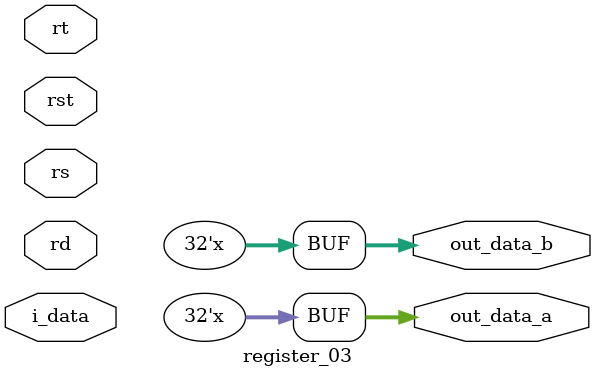
<source format=v>
`timescale 1ns / 1ps

module register_03(rst,rs,rt,rd,i_data,out_data_a,out_data_b);
input rst;
input [4:0]rs,rt,rd;
input [31:0] i_data;
output reg [31:0] out_data_a;
output reg [31:0] out_data_b;

reg [4:0]  reg_num;
reg [31:0] reg_data;

always @(*) begin
      if(rst) begin
            reg_num = 3;
      end
      else begin
          if(reg_num == rs)
               out_data_a <= reg_data;
          if(reg_num == rt)
               out_data_b <= reg_data;
          if(reg_num == rd)    
               reg_data <= i_data;
      end
      
end
endmodule

</source>
